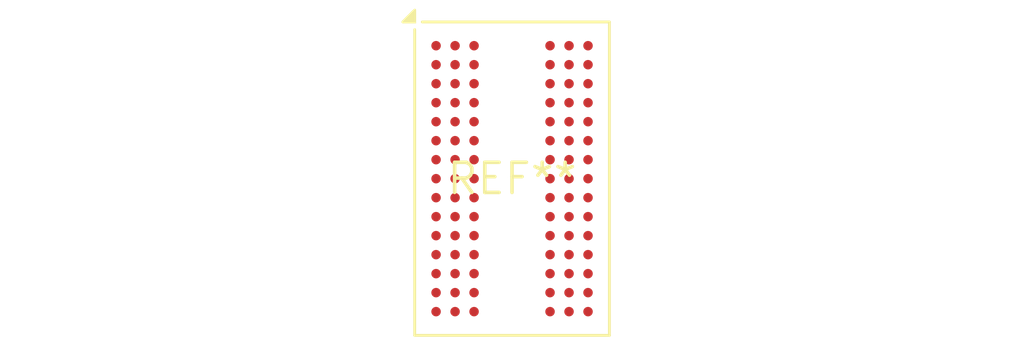
<source format=kicad_pcb>
(kicad_pcb (version 20240108) (generator pcbnew)
  (layers (0 "F.Cu" signal) (31 "B.Cu" signal) (34 "B.Paste" user) (35 "F.Paste" user) (36 "B.SilkS" user "B.Silkscreen") (37 "F.SilkS" user "F.Silkscreen") (38 "B.Mask" user) (39 "F.Mask" user) (44 "Edge.Cuts" user))
  (net 0 "")
  (footprint "BGA-90_8.0x13.0mm_Layout2x3x15_P0.8mm" (layer "F.Cu") (at 0 0)
    (property "Reference" "REF**")
    (property "Value" "BGA-90_8.0x13.0mm_Layout2x3x15_P0.8mm")
    (fp_line (start -4.1 -6.28) (end -4.1 6.6) (layer "F.SilkS") (stroke (width 0.12)))
    (fp_line (start -4.1 6.6) (end 4.1 6.6) (layer "F.SilkS") (stroke (width 0.12)))
    (fp_line (start 4.1 -6.6) (end -3.78 -6.6) (layer "F.SilkS") (stroke (width 0.12)))
    (fp_line (start 4.1 6.6) (end 4.1 -6.6) (layer "F.SilkS") (stroke (width 0.12)))
    (fp_poly (pts (xy -4.1 -6.6) (xy -4.6 -6.6) (xy -4.1 -7.1) (xy -4.1 -6.6)) (layer "F.SilkS") (stroke (width 0.12)) (fill solid))
    (pad "A1" smd circle (at -3.2 -5.6) (size 0.4 0.4) (property pad_prop_bga) (layers "F.Cu" "F.Paste" "F.Mask"))
    (pad "A2" smd circle (at -2.4 -5.6) (size 0.4 0.4) (property pad_prop_bga) (layers "F.Cu" "F.Paste" "F.Mask"))
    (pad "A3" smd circle (at -1.6 -5.6) (size 0.4 0.4) (property pad_prop_bga) (layers "F.Cu" "F.Paste" "F.Mask"))
    (pad "A7" smd circle (at 1.6 -5.6) (size 0.4 0.4) (property pad_prop_bga) (layers "F.Cu" "F.Paste" "F.Mask"))
    (pad "A8" smd circle (at 2.4 -5.6) (size 0.4 0.4) (property pad_prop_bga) (layers "F.Cu" "F.Paste" "F.Mask"))
    (pad "A9" smd circle (at 3.2 -5.6) (size 0.4 0.4) (property pad_prop_bga) (layers "F.Cu" "F.Paste" "F.Mask"))
    (pad "B1" smd circle (at -3.2 -4.8) (size 0.4 0.4) (property pad_prop_bga) (layers "F.Cu" "F.Paste" "F.Mask"))
    (pad "B2" smd circle (at -2.4 -4.8) (size 0.4 0.4) (property pad_prop_bga) (layers "F.Cu" "F.Paste" "F.Mask"))
    (pad "B3" smd circle (at -1.6 -4.8) (size 0.4 0.4) (property pad_prop_bga) (layers "F.Cu" "F.Paste" "F.Mask"))
    (pad "B7" smd circle (at 1.6 -4.8) (size 0.4 0.4) (property pad_prop_bga) (layers "F.Cu" "F.Paste" "F.Mask"))
    (pad "B8" smd circle (at 2.4 -4.8) (size 0.4 0.4) (property pad_prop_bga) (layers "F.Cu" "F.Paste" "F.Mask"))
    (pad "B9" smd circle (at 3.2 -4.8) (size 0.4 0.4) (property pad_prop_bga) (layers "F.Cu" "F.Paste" "F.Mask"))
    (pad "C1" smd circle (at -3.2 -4) (size 0.4 0.4) (property pad_prop_bga) (layers "F.Cu" "F.Paste" "F.Mask"))
    (pad "C2" smd circle (at -2.4 -4) (size 0.4 0.4) (property pad_prop_bga) (layers "F.Cu" "F.Paste" "F.Mask"))
    (pad "C3" smd circle (at -1.6 -4) (size 0.4 0.4) (property pad_prop_bga) (layers "F.Cu" "F.Paste" "F.Mask"))
    (pad "C7" smd circle (at 1.6 -4) (size 0.4 0.4) (property pad_prop_bga) (layers "F.Cu" "F.Paste" "F.Mask"))
    (pad "C8" smd circle (at 2.4 -4) (size 0.4 0.4) (property pad_prop_bga) (layers "F.Cu" "F.Paste" "F.Mask"))
    (pad "C9" smd circle (at 3.2 -4) (size 0.4 0.4) (property pad_prop_bga) (layers "F.Cu" "F.Paste" "F.Mask"))
    (pad "D1" smd circle (at -3.2 -3.2) (size 0.4 0.4) (property pad_prop_bga) (layers "F.Cu" "F.Paste" "F.Mask"))
    (pad "D2" smd circle (at -2.4 -3.2) (size 0.4 0.4) (property pad_prop_bga) (layers "F.Cu" "F.Paste" "F.Mask"))
    (pad "D3" smd circle (at -1.6 -3.2) (size 0.4 0.4) (property pad_prop_bga) (layers "F.Cu" "F.Paste" "F.Mask"))
    (pad "D7" smd circle (at 1.6 -3.2) (size 0.4 0.4) (property pad_prop_bga) (layers "F.Cu" "F.Paste" "F.Mask"))
    (pad "D8" smd circle (at 2.4 -3.2) (size 0.4 0.4) (property pad_prop_bga) (layers "F.Cu" "F.Paste" "F.Mask"))
    (pad "D9" smd circle (at 3.2 -3.2) (size 0.4 0.4) (property pad_prop_bga) (layers "F.Cu" "F.Paste" "F.Mask"))
    (pad "E1" smd circle (at -3.2 -2.4) (size 0.4 0.4) (property pad_prop_bga) (layers "F.Cu" "F.Paste" "F.Mask"))
    (pad "E2" smd circle (at -2.4 -2.4) (size 0.4 0.4) (property pad_prop_bga) (layers "F.Cu" "F.Paste" "F.Mask"))
    (pad "E3" smd circle (at -1.6 -2.4) (size 0.4 0.4) (property pad_prop_bga) (layers "F.Cu" "F.Paste" "F.Mask"))
    (pad "E7" smd circle (at 1.6 -2.4) (size 0.4 0.4) (property pad_prop_bga) (layers "F.Cu" "F.Paste" "F.Mask"))
    (pad "E8" smd circle (at 2.4 -2.4) (size 0.4 0.4) (property pad_prop_bga) (layers "F.Cu" "F.Paste" "F.Mask"))
    (pad "E9" smd circle (at 3.2 -2.4) (size 0.4 0.4) (property pad_prop_bga) (layers "F.Cu" "F.Paste" "F.Mask"))
    (pad "F1" smd circle (at -3.2 -1.6) (size 0.4 0.4) (property pad_prop_bga) (layers "F.Cu" "F.Paste" "F.Mask"))
    (pad "F2" smd circle (at -2.4 -1.6) (size 0.4 0.4) (property pad_prop_bga) (layers "F.Cu" "F.Paste" "F.Mask"))
    (pad "F3" smd circle (at -1.6 -1.6) (size 0.4 0.4) (property pad_prop_bga) (layers "F.Cu" "F.Paste" "F.Mask"))
    (pad "F7" smd circle (at 1.6 -1.6) (size 0.4 0.4) (property pad_prop_bga) (layers "F.Cu" "F.Paste" "F.Mask"))
    (pad "F8" smd circle (at 2.4 -1.6) (size 0.4 0.4) (property pad_prop_bga) (layers "F.Cu" "F.Paste" "F.Mask"))
    (pad "F9" smd circle (at 3.2 -1.6) (size 0.4 0.4) (property pad_prop_bga) (layers "F.Cu" "F.Paste" "F.Mask"))
    (pad "G1" smd circle (at -3.2 -0.8) (size 0.4 0.4) (property pad_prop_bga) (layers "F.Cu" "F.Paste" "F.Mask"))
    (pad "G2" smd circle (at -2.4 -0.8) (size 0.4 0.4) (property pad_prop_bga) (layers "F.Cu" "F.Paste" "F.Mask"))
    (pad "G3" smd circle (at -1.6 -0.8) (size 0.4 0.4) (property pad_prop_bga) (layers "F.Cu" "F.Paste" "F.Mask"))
    (pad "G7" smd circle (at 1.6 -0.8) (size 0.4 0.4) (property pad_prop_bga) (layers "F.Cu" "F.Paste" "F.Mask"))
    (pad "G8" smd circle (at 2.4 -0.8) (size 0.4 0.4) (property pad_prop_bga) (layers "F.Cu" "F.Paste" "F.Mask"))
    (pad "G9" smd circle (at 3.2 -0.8) (size 0.4 0.4) (property pad_prop_bga) (layers "F.Cu" "F.Paste" "F.Mask"))
    (pad "H1" smd circle (at -3.2 0) (size 0.4 0.4) (property pad_prop_bga) (layers "F.Cu" "F.Paste" "F.Mask"))
    (pad "H2" smd circle (at -2.4 0) (size 0.4 0.4) (property pad_prop_bga) (layers "F.Cu" "F.Paste" "F.Mask"))
    (pad "H3" smd circle (at -1.6 0) (size 0.4 0.4) (property pad_prop_bga) (layers "F.Cu" "F.Paste" "F.Mask"))
    (pad "H7" smd circle (at 1.6 0) (size 0.4 0.4) (property pad_prop_bga) (layers "F.Cu" "F.Paste" "F.Mask"))
    (pad "H8" smd circle (at 2.4 0) (size 0.4 0.4) (property pad_prop_bga) (layers "F.Cu" "F.Paste" "F.Mask"))
    (pad "H9" smd circle (at 3.2 0) (size 0.4 0.4) (property pad_prop_bga) (layers "F.Cu" "F.Paste" "F.Mask"))
    (pad "J1" smd circle (at -3.2 0.8) (size 0.4 0.4) (property pad_prop_bga) (layers "F.Cu" "F.Paste" "F.Mask"))
    (pad "J2" smd circle (at -2.4 0.8) (size 0.4 0.4) (property pad_prop_bga) (layers "F.Cu" "F.Paste" "F.Mask"))
    (pad "J3" smd circle (at -1.6 0.8) (size 0.4 0.4) (property pad_prop_bga) (layers "F.Cu" "F.Paste" "F.Mask"))
    (pad "J7" smd circle (at 1.6 0.8) (size 0.4 0.4) (property pad_prop_bga) (layers "F.Cu" "F.Paste" "F.Mask"))
    (pad "J8" smd circle (at 2.4 0.8) (size 0.4 0.4) (property pad_prop_bga) (layers "F.Cu" "F.Paste" "F.Mask"))
    (pad "J9" smd circle (at 3.2 0.8) (size 0.4 0.4) (property pad_prop_bga) (layers "F.Cu" "F.Paste" "F.Mask"))
    (pad "K1" smd circle (at -3.2 1.6) (size 0.4 0.4) (property pad_prop_bga) (layers "F.Cu" "F.Paste" "F.Mask"))
    (pad "K2" smd circle (at -2.4 1.6) (size 0.4 0.4) (property pad_prop_bga) (layers "F.Cu" "F.Paste" "F.Mask"))
    (pad "K3" smd circle (at -1.6 1.6) (size 0.4 0.4) (property pad_prop_bga) (layers "F.Cu" "F.Paste" "F.Mask"))
    (pad "K7" smd circle (at 1.6 1.6) (size 0.4 0.4) (property pad_prop_bga) (layers "F.Cu" "F.Paste" "F.Mask"))
    (pad "K8" smd circle (at 2.4 1.6) (size 0.4 0.4) (property pad_prop_bga) (layers "F.Cu" "F.Paste" "F.Mask"))
    (pad "K9" smd circle (at 3.2 1.6) (size 0.4 0.4) (property pad_prop_bga) (layers "F.Cu" "F.Paste" "F.Mask"))
    (pad "L1" smd circle (at -3.2 2.4) (size 0.4 0.4) (property pad_prop_bga) (layers "F.Cu" "F.Paste" "F.Mask"))
    (pad "L2" smd circle (at -2.4 2.4) (size 0.4 0.4) (property pad_prop_bga) (layers "F.Cu" "F.Paste" "F.Mask"))
    (pad "L3" smd circle (at -1.6 2.4) (size 0.4 0.4) (property pad_prop_bga) (layers "F.Cu" "F.Paste" "F.Mask"))
    (pad "L7" smd circle (at 1.6 2.4) (size 0.4 0.4) (property pad_prop_bga) (layers "F.Cu" "F.Paste" "F.Mask"))
    (pad "L8" smd circle (at 2.4 2.4) (size 0.4 0.4) (property pad_prop_bga) (layers "F.Cu" "F.Paste" "F.Mask"))
    (pad "L9" smd circle (at 3.2 2.4) (size 0.4 0.4) (property pad_prop_bga) (layers "F.Cu" "F.Paste" "F.Mask"))
    (pad "M1" smd circle (at -3.2 3.2) (size 0.4 0.4) (property pad_prop_bga) (layers "F.Cu" "F.Paste" "F.Mask"))
    (pad "M2" smd circle (at -2.4 3.2) (size 0.4 0.4) (property pad_prop_bga) (layers "F.Cu" "F.Paste" "F.Mask"))
    (pad "M3" smd circle (at -1.6 3.2) (size 0.4 0.4) (property pad_prop_bga) (layers "F.Cu" "F.Paste" "F.Mask"))
    (pad "M7" smd circle (at 1.6 3.2) (size 0.4 0.4) (property pad_prop_bga) (layers "F.Cu" "F.Paste" "F.Mask"))
    (pad "M8" smd circle (at 2.4 3.2) (size 0.4 0.4) (property pad_prop_bga) (layers "F.Cu" "F.Paste" "F.Mask"))
    (pad "M9" smd circle (at 3.2 3.2) (size 0.4 0.4) (property pad_prop_bga) (layers "F.Cu" "F.Paste" "F.Mask"))
    (pad "N1" smd circle (at -3.2 4) (size 0.4 0.4) (property pad_prop_bga) (layers "F.Cu" "F.Paste" "F.Mask"))
    (pad "N2" smd circle (at -2.4 4) (size 0.4 0.4) (property pad_prop_bga) (layers "F.Cu" "F.Paste" "F.Mask"))
    (pad "N3" smd circle (at -1.6 4) (size 0.4 0.4) (property pad_prop_bga) (layers "F.Cu" "F.Paste" "F.Mask"))
    (pad "N7" smd circle (at 1.6 4) (size 0.4 0.4) (property pad_prop_bga) (layers "F.Cu" "F.Paste" "F.Mask"))
    (pad "N8" smd circle (at 2.4 4) (size 0.4 0.4) (property pad_prop_bga) (layers "F.Cu" "F.Paste" "F.Mask"))
    (pad "N9" smd circle (at 3.2 4) (size 0.4 0.4) (property pad_prop_bga) (layers "F.Cu" "F.Paste" "F.Mask"))
    (pad "P1" smd circle (at -3.2 4.8) (size 0.4 0.4) (property pad_prop_bga) (layers "F.Cu" "F.Paste" "F.Mask"))
    (pad "P2" smd circle (at -2.4 4.8) (size 0.4 0.4) (property pad_prop_bga) (layers "F.Cu" "F.Paste" "F.Mask"))
    (pad "P3" smd circle (at -1.6 4.8) (size 0.4 0.4) (property pad_prop_bga) (layers "F.Cu" "F.Paste" "F.Mask"))
    (pad "P7" smd circle (at 1.6 4.8) (size 0.4 0.4) (property pad_prop_bga) (layers "F.Cu" "F.Paste" "F.Mask"))
    (pad "P8" smd circle (at 2.4 4.8) (size 0.4 0.4) (property pad_prop_bga) (layers "F.Cu" "F.Paste" "F.Mask"))
    (pad "P9" smd circle (at 3.2 4.8) (size 0.4 0.4) (property pad_prop_bga) (layers "F.Cu" "F.Paste" "F.Mask"))
    (pad "R1" smd circle (at -3.2 5.6) (size 0.4 0.4) (property pad_prop_bga) (layers "F.Cu" "F.Paste" "F.Mask"))
    (pad "R2" smd circle (at -2.4 5.6) (size 0.4 0.4) (property pad_prop_bga) (layers "F.Cu" "F.Paste" "F.Mask"))
    (pad "R3" smd circle (at -1.6 5.6) (size 0.4 0.4) (property pad_prop_bga) (layers "F.Cu" "F.Paste" "F.Mask"))
    (pad "R7" smd circle (at 1.6 5.6) (size 0.4 0.4) (property pad_prop_bga) (layers "F.Cu" "F.Paste" "F.Mask"))
    (pad "R8" smd circle (at 2.4 5.6) (size 0.4 0.4) (property pad_prop_bga) (layers "F.Cu" "F.Paste" "F.Mask"))
    (pad "R9" smd circle (at 3.2 5.6) (size 0.4 0.4) (property pad_prop_bga) (layers "F.Cu" "F.Paste" "F.Mask"))
  )
)
</source>
